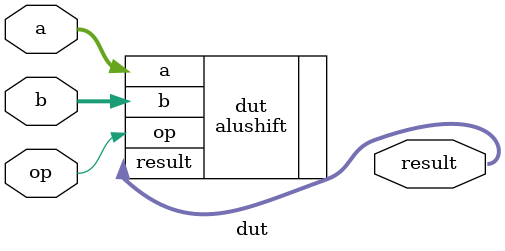
<source format=v>
`timescale 1ns/1ps
module dut (
    input           [31:0]  a,
    input           [4:0]  b,
    input                   op,                
    output signed   [31:0]  result
);
    alushift dut(
        .a(a),
        .b(b),
        .op(op),
        .result(result)
    );

endmodule

</source>
